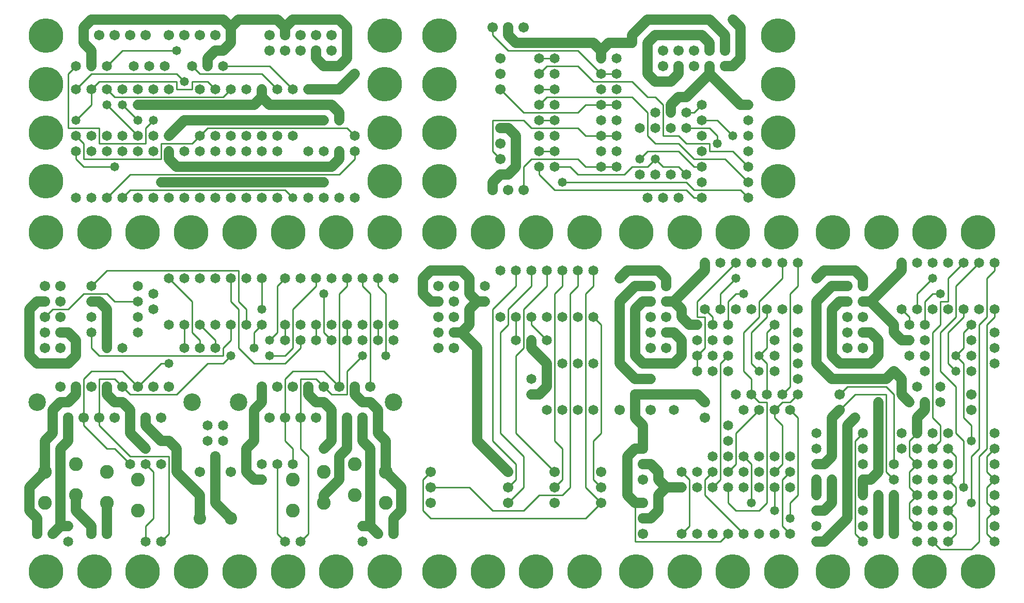
<source format=gtl>
%MOIN*%
%FSLAX25Y25*%
G04 D10 used for Character Trace; *
G04     Circle (OD=.01000) (No hole)*
G04 D11 used for Power Trace; *
G04     Circle (OD=.06500) (No hole)*
G04 D12 used for Signal Trace; *
G04     Circle (OD=.01100) (No hole)*
G04 D13 used for Via; *
G04     Circle (OD=.05800) (Round. Hole ID=.02800)*
G04 D14 used for Component hole; *
G04     Circle (OD=.06500) (Round. Hole ID=.03500)*
G04 D15 used for Component hole; *
G04     Circle (OD=.06700) (Round. Hole ID=.04300)*
G04 D16 used for Component hole; *
G04     Circle (OD=.08100) (Round. Hole ID=.05100)*
G04 D17 used for Component hole; *
G04     Circle (OD=.08900) (Round. Hole ID=.05900)*
G04 D18 used for Component hole; *
G04     Circle (OD=.11300) (Round. Hole ID=.08300)*
G04 D19 used for Component hole; *
G04     Circle (OD=.16000) (Round. Hole ID=.13000)*
G04 D20 used for Component hole; *
G04     Circle (OD=.18300) (Round. Hole ID=.15300)*
G04 D21 used for Component hole; *
G04     Circle (OD=.22291) (Round. Hole ID=.19291)*
%ADD10C,.01000*%
%ADD11C,.06500*%
%ADD12C,.01100*%
%ADD13C,.05800*%
%ADD14C,.06500*%
%ADD15C,.06700*%
%ADD16C,.08100*%
%ADD17C,.08900*%
%ADD18C,.11300*%
%ADD19C,.16000*%
%ADD20C,.18300*%
%ADD21C,.22291*%
%IPPOS*%
%LPD*%
G90*X0Y0D02*D21*X15625Y15625D03*D14*              
X30000Y35000D03*D15*X20000Y40000D03*D11*          
X25000Y45000D01*X30000D01*D14*D03*D11*X25000D02*  
Y95000D01*X30000Y100000D01*Y115000D01*D15*D03*D11*
X15000Y100000D02*X20000Y105000D01*X15000Y80000D02*
Y100000D01*D17*Y80000D03*D11*X5000Y70000D01*      
Y55000D01*X10000Y50000D01*Y40000D01*D15*D03*D17*  
X15000Y60000D03*X35000Y65000D03*D11*Y55000D01*    
X45000Y45000D01*Y40000D01*D15*D03*X55000D03*D11*  
Y60000D01*D17*D03*X75000Y55000D03*X55000Y80000D03*
X75000Y75000D03*D14*X80000Y35000D03*D12*Y45000D01*
X85000Y50000D01*Y80000D01*X80000Y85000D01*D14*D03*
D12*X70000Y90000D02*X95000D01*Y40000D01*          
X90000Y35000D01*D14*D03*D21*X109375Y15625D03*     
X78125D03*D16*X115000Y50000D03*D11*Y65000D01*     
X100000Y80000D01*Y85000D01*D14*D03*D11*Y95000D01* 
X95000Y100000D01*X90000D01*X80000Y110000D01*      
Y115000D01*D15*D03*D11*Y95000D02*X70000Y105000D01*
D13*X80000Y95000D03*D14*X90000Y85000D03*D11*      
X70000Y105000D02*Y115000D01*D15*D03*D11*          
Y120000D01*X65000Y125000D01*X60000D01*            
X55000Y130000D01*Y135000D01*D15*D03*D12*X65000D02*
X60000Y140000D01*D15*X65000Y135000D03*D12*        
X70000Y130000D01*X100000D01*X120000Y150000D01*    
X130000D01*X135000Y155000D01*D13*D03*D12*         
X150000Y150000D02*X140000Y160000D01*              
X150000Y150000D02*X170000D01*X180000Y160000D01*   
Y165000D01*D14*D03*D12*X170000Y155000D02*         
X175000Y160000D01*X160000Y155000D02*X170000D01*   
D13*X160000D03*D14*X170000Y165000D03*D12*         
Y175000D01*D14*D03*D12*X160000Y165000D02*         
X165000Y170000D01*D13*X160000Y165000D03*D12*      
X165000Y170000D02*Y200000D01*X170000Y205000D01*   
D14*D03*X180000D03*X155000D03*D12*Y185000D01*D13* 
D03*D14*X145000Y175000D03*D12*Y185000D01*         
X140000Y190000D01*Y210000D01*X55000D01*           
X45000Y200000D01*D14*D03*D12*X30000Y185000D02*    
X40000Y195000D01*X20000Y185000D02*X30000D01*      
X15000Y180000D02*X20000Y185000D01*D15*            
X15000Y180000D03*X25000Y170000D03*D11*X30000D01*  
X35000Y165000D01*Y155000D01*X30000Y150000D01*     
X10000D01*X5000Y155000D01*Y185000D01*             
X10000Y190000D01*X15000D01*D15*D03*               
X25000Y180000D03*Y200000D03*Y190000D03*           
X15000Y200000D03*Y170000D03*D12*X40000Y195000D02* 
X55000D01*X60000Y190000D01*X75000D01*D14*D03*     
X85000Y185000D03*X75000Y200000D03*Y180000D03*     
X85000Y195000D03*X95000Y175000D03*                
X75000Y170000D03*D11*X55000Y160000D02*Y185000D01* 
D14*Y160000D03*D12*X50000Y155000D02*X130000D01*   
Y160000D01*X135000Y165000D01*Y175000D01*D14*D03*  
D12*X125000Y160000D02*Y165000D01*D14*Y160000D03*  
D12*Y165000D02*X115000Y175000D01*D14*D03*D12*     
Y165000D02*X110000Y170000D01*X115000Y160000D02*   
Y165000D01*D14*Y160000D03*X105000D03*D12*         
Y175000D01*D14*D03*D12*X110000Y170000D02*         
Y190000D01*X95000Y205000D01*D14*D03*X105000D03*   
X115000D03*X125000Y175000D03*D21*                 
X109375Y234375D03*D14*X125000Y205000D03*D21*      
X78125Y234375D03*D12*X140000Y185000D02*           
X135000Y190000D01*X140000Y160000D02*Y185000D01*   
X150000Y160000D02*Y170000D01*D13*Y160000D03*D12*  
Y170000D02*X155000Y175000D01*D14*D03*D12*         
X175000Y160000D02*Y185000D01*X190000Y200000D01*   
Y205000D01*D14*D03*X200000D03*D13*                
X195000Y195000D03*D12*Y170000D01*                 
X200000Y165000D01*D14*D03*X210000Y175000D03*D12*  
Y165000D01*D14*D03*D13*X220000Y155000D03*D12*     
X210000Y145000D01*Y130000D01*X200000D01*          
X195000Y135000D01*D15*D03*D12*X190000Y140000D01*  
X180000D01*Y115000D01*D15*D03*D12*Y95000D01*      
X185000Y90000D01*Y40000D01*X180000Y35000D01*D14*  
D03*X170000D03*D12*X165000Y40000D01*Y85000D01*D14*
D03*D17*X175000Y75000D03*D12*Y85000D02*Y95000D01* 
D14*Y85000D03*D12*Y95000D02*X170000Y100000D01*    
Y115000D01*D15*D03*D12*Y140000D01*                
X175000Y145000D01*X195000D01*X205000Y135000D01*   
D15*D03*D12*Y195000D01*X210000Y200000D01*         
Y205000D01*D14*D03*D12*X225000Y195000D02*         
X220000Y200000D01*X225000Y135000D02*Y195000D01*   
D15*Y135000D03*D11*X220000Y125000D02*X225000D01*  
X230000Y120000D01*Y105000D01*X235000Y100000D01*   
Y80000D01*D17*D03*D11*X245000Y70000D01*Y55000D01* 
X240000Y50000D01*Y40000D01*D15*D03*X230000D03*D11*
X225000Y45000D01*X220000D01*D14*D03*D11*          
X225000D02*Y95000D01*D13*D03*D11*                 
X220000Y100000D01*Y115000D01*D15*D03*D11*         
Y125000D02*X215000Y130000D01*Y135000D01*D15*D03*  
D11*X200000Y115000D02*Y120000D01*D15*Y115000D03*  
D11*Y100000D01*X195000Y95000D01*D13*D03*D11*      
X205000Y75000D02*Y90000D01*X195000Y65000D02*      
X205000Y75000D01*X195000Y60000D02*Y65000D01*D17*  
Y60000D03*Y80000D03*X215000Y65000D03*             
X175000Y55000D03*D14*X220000Y35000D03*D17*        
X215000Y85000D03*D11*X205000Y90000D02*            
X210000Y95000D01*Y115000D01*D15*D03*D11*          
X200000Y120000D02*X195000Y125000D01*X190000D01*   
X185000Y130000D01*Y135000D01*D15*D03*X175000D03*  
X165000D03*X190000Y115000D03*X160000D03*D14*      
X190000Y165000D03*D12*Y175000D01*D14*D03*         
X200000D03*X180000D03*X220000Y205000D03*D12*      
Y200000D01*X235000Y195000D02*X230000Y200000D01*   
X235000Y155000D02*Y195000D01*D13*Y155000D03*D14*  
X240000Y165000D03*X230000D03*D12*Y175000D01*D14*  
D03*X220000Y165000D03*X240000Y175000D03*          
X220000D03*D12*X230000Y200000D02*Y205000D01*D14*  
D03*X240000D03*D21*X234375Y234375D03*X203125D03*  
X171875D03*D15*X155000Y135000D03*D11*Y125000D01*  
X150000Y120000D01*Y100000D01*X145000Y95000D01*    
Y80000D01*X150000Y75000D01*X155000D01*D14*D03*    
Y85000D03*D15*X135000Y80000D03*D14*               
X130000Y100000D03*D16*X135000Y50000D03*D11*       
X125000Y60000D01*Y70000D01*D13*D03*D11*Y90000D01* 
D15*D03*X115000Y80000D03*D14*X120000Y100000D03*   
X130000Y110000D03*X120000D03*D15*X90000Y115000D03*
D18*X140000Y125000D03*X110000D03*D15*             
X95000Y135000D03*X85000D03*X75000D03*D12*         
X90000Y150000D01*X95000D01*D13*D03*D12*           
X75000Y135000D02*X65000Y145000D01*X45000D01*      
X40000Y140000D01*Y115000D01*D15*D03*D12*          
Y110000D01*X55000Y95000D01*X60000D01*             
X70000Y85000D01*D14*D03*D12*Y90000D02*            
X50000Y110000D01*Y115000D01*D15*D03*D12*          
Y140000D01*X60000D01*D15*X45000Y135000D03*D12*    
X50000Y155000D02*X45000Y160000D01*Y170000D01*D14* 
D03*Y180000D03*D11*X55000Y185000D02*              
X50000Y190000D01*X45000D01*D14*D03*D15*           
X15000Y160000D03*X25000D03*D14*X65000D03*D21*     
X46875Y234375D03*X15625D03*D15*X25000Y135000D03*  
X35000D03*D11*Y130000D01*X30000Y125000D01*        
X25000D01*X20000Y120000D01*Y105000D01*D18*        
X10000Y125000D03*D17*X35000Y85000D03*D15*         
X60000Y115000D03*D21*X46875Y15625D03*D12*         
X135000Y190000D02*Y205000D01*D14*D03*X145000D03*  
D21*X140625Y234375D03*D18*X240000Y125000D03*D17*  
X235000Y60000D03*D21*X140625Y15625D03*X171875D03* 
X203125D03*X234375D03*G90*X0Y2000D02*D14*         
X215000Y257000D03*X205000D03*X195000D03*          
X185000D03*D13*X175000D03*D12*X170000Y262000D01*  
X70000D01*X65000Y257000D01*D14*D03*X75000D03*     
X55000D03*D12*X70000Y272000D01*X205000D01*        
X215000Y282000D01*Y287000D01*D14*D03*Y297000D03*  
D12*X210000Y302000D01*X120000D01*                 
X115000Y297000D01*D14*D03*D12*X110000Y292000D01*  
X90000D01*Y282000D01*X40000D01*Y292000D01*        
X35000Y297000D01*D14*D03*D12*X30000Y337000D02*    
Y302000D01*Y337000D02*X35000Y342000D01*D14*D03*   
D11*X40000Y357000D02*X45000Y352000D01*            
X40000Y362000D02*Y357000D01*D15*Y362000D03*D11*   
Y367000D01*X45000Y372000D01*X60000D01*D13*D03*D11*
X130000D01*X135000Y367000D01*Y362000D01*D15*D03*  
D11*Y357000D01*X130000Y352000D01*X125000D01*      
X120000Y347000D01*Y342000D01*D14*D03*D12*         
X110000D02*X115000Y337000D01*D14*                 
X110000Y342000D03*D12*X115000Y337000D02*          
X155000D01*X165000Y327000D01*D14*D03*D11*         
X155000Y322000D02*X160000Y317000D01*X150000D02*   
X155000Y322000D01*X105000Y317000D02*X150000D01*   
D14*X105000D03*D11*X75000D01*D13*D03*             
X85000Y307000D03*D12*X80000Y302000D01*Y292000D01* 
X50000D01*Y302000D01*X30000D01*D13*               
X35000Y307000D03*D12*X45000Y317000D01*Y327000D01* 
D14*D03*D12*X50000Y332000D01*X100000D01*          
Y327000D01*X110000D01*Y332000D01*X120000D01*      
X125000Y327000D01*D14*D03*D12*X60000Y322000D02*   
X130000D01*X55000Y327000D02*X60000Y322000D01*D14* 
X55000Y327000D03*D13*X65000Y317000D03*D12*        
X75000Y307000D01*D13*D03*D14*X85000Y297000D03*    
X65000D03*X75000D03*D12*X55000Y317000D01*D13*D03* 
D14*X65000Y327000D03*X35000D03*D12*               
X45000Y337000D01*X100000D01*X105000Y332000D01*D13*
D03*D14*X115000Y327000D03*X95000D03*              
X92500Y342000D03*D13*X100000Y352000D03*D12*       
X65000D01*X55000Y342000D01*D14*D03*D11*           
X45000Y352000D02*Y342000D01*D14*D03*D15*          
X60000Y362000D03*X50000D03*D14*X72500Y342000D03*  
D15*X70000Y362000D03*D21*X15625Y361375D03*D14*    
X75000Y327000D03*D21*X15625Y330125D03*D14*        
X82500Y342000D03*D15*X80000Y362000D03*D14*        
X85000Y327000D03*D21*X15625Y298875D03*D14*        
X45000Y297000D03*X55000D03*X95000D03*D11*         
X105000Y307000D01*D14*D03*D11*X175000D01*D13*D03* 
D11*X185000D01*D14*D03*D11*X195000D01*D14*D03*    
X185000Y317000D03*D11*X160000D01*                 
X155000Y327000D02*Y322000D01*D14*Y327000D03*      
X145000D03*D12*X130000Y342000D02*X160000D01*D14*  
X130000D03*X135000Y327000D03*D12*                 
X130000Y322000D01*D14*X155000Y297000D03*          
X125000D03*X135000D03*X145000D03*D15*             
X160000Y352000D03*D12*Y342000D02*                 
X175000Y327000D01*D14*D03*D11*X185000Y317000D02*  
X200000D01*X205000Y312000D01*Y307000D01*D14*D03*  
D13*X185000Y327000D03*D11*X195000D01*D13*D03*D11* 
X205000D01*X215000Y337000D01*D14*D03*D13*         
X205000Y342000D03*D11*X195000D01*                 
X190000Y347000D01*Y352000D01*D15*D03*             
X200000Y362000D03*X180000D03*X200000Y352000D03*   
X190000Y362000D03*X180000Y352000D03*D11*          
X205000Y342000D02*X210000Y347000D01*Y367000D01*   
X205000Y372000D01*X175000D01*X170000Y367000D01*   
X165000Y372000D01*X140000D01*X135000Y367000D01*   
D15*X125000Y362000D03*X115000D03*X160000D03*      
X105000D03*X170000Y352000D03*Y362000D03*D11*      
Y367000D01*D21*X234375Y330125D03*Y361375D03*D14*  
X165000Y297000D03*X175000D03*D21*                 
X234375Y298875D03*D15*X95000Y362000D03*D14*       
Y287000D03*D11*Y282000D01*X100000Y277000D01*      
X175000D01*D14*D03*D11*X200000D01*                
X205000Y282000D01*Y287000D01*D14*D03*X195000D03*  
D13*Y267000D03*D11*X175000D01*D10*                
X176914Y267837D02*X177871Y267000D01*X172129D01*   
Y267837D02*Y266163D01*D14*X175000Y267000D03*D11*  
X90000D01*D13*D03*D14*X85000Y257000D03*X95000D03* 
X105000D03*Y287000D03*X85000D03*X75000D03*        
X65000D03*X115000Y257000D03*Y287000D03*D13*       
X60000Y277000D03*D12*X40000D01*X35000Y282000D01*  
Y287000D01*D14*D03*X45000D03*D21*X15625Y267625D03*
D14*X55000Y287000D03*X35000Y257000D03*X45000D03*  
X125000D03*Y287000D03*X135000Y257000D03*          
Y287000D03*X145000Y257000D03*Y287000D03*          
X155000Y257000D03*Y287000D03*X165000Y257000D03*   
Y287000D03*D10*X176914Y267837D02*                 
X177871Y267000D01*X172129D01*Y267837D02*          
Y266163D01*D14*X185000Y287000D03*D21*             
X234375Y267625D03*G90*X4000Y0D02*D12*             
X264000Y50000D02*X259000Y55000D01*                
X264000Y50000D02*X364000D01*X374000Y60000D01*D15* 
D03*D12*X364000Y70000D01*Y195000D01*              
X369000Y200000D01*Y210000D01*D14*D03*D12*         
X354000Y195000D02*X359000Y200000D01*              
X354000Y70000D02*Y195000D01*X349000Y65000D02*     
X354000Y70000D01*X334000Y65000D02*X349000D01*     
X324000Y55000D02*X334000Y65000D01*                
X304000Y55000D02*X324000D01*X304000D02*           
X289000Y70000D01*X264000D01*D15*D03*D12*          
X259000Y55000D02*Y75000D01*D15*X264000Y60000D03*  
D12*X259000Y75000D02*X264000Y80000D01*D15*D03*D11*
X314000D02*X294000Y100000D01*D15*X314000Y80000D03*
D12*Y70000D02*X319000Y75000D01*D15*               
X314000Y70000D03*D12*X319000Y75000D02*Y85000D01*  
X304000Y100000D01*Y185000D01*X319000Y200000D01*   
Y210000D01*D14*D03*D12*X314000Y185000D02*         
X329000Y200000D01*X314000Y175000D02*Y185000D01*   
X309000Y170000D02*X314000Y175000D01*              
X309000Y105000D02*Y170000D01*X324000Y90000D02*    
X309000Y105000D01*X324000Y70000D02*Y90000D01*     
X314000Y60000D02*X324000Y70000D01*D15*            
X314000Y60000D03*X344000D03*Y70000D03*D12*        
X349000Y75000D01*Y95000D01*X344000Y100000D01*     
Y195000D01*X349000Y200000D01*Y210000D01*D14*D03*  
D12*X359000Y200000D02*Y210000D01*D14*D03*         
X339000D03*D12*Y200000D01*X324000Y185000D01*      
Y160000D01*X319000Y155000D01*Y105000D01*          
X344000Y80000D01*D15*D03*D12*X374000Y70000D02*    
X369000Y75000D01*D15*X374000Y70000D03*D12*        
X369000Y75000D02*Y100000D01*X374000Y105000D01*    
Y175000D01*X369000Y180000D01*D14*D03*X359000D03*  
X349000D03*X339000Y150000D03*D11*Y135000D01*      
X334000Y130000D01*X329000D01*D14*D03*             
X339000Y120000D03*X329000Y140000D03*              
X349000Y150000D03*Y120000D03*D11*                 
X339000Y150000D02*X329000Y160000D01*Y165000D01*   
D14*D03*X339000D03*D12*X329000Y175000D01*         
Y180000D01*D14*D03*X339000D03*X319000D03*D12*     
Y165000D01*D14*D03*X309000Y180000D03*D11*         
X289000Y185000D02*X294000Y190000D01*              
X289000Y175000D02*Y185000D01*X284000Y170000D02*   
X289000Y175000D01*X294000Y160000D02*              
X284000Y170000D01*X294000Y100000D02*Y160000D01*   
D15*X279000D03*X269000D03*D14*X359000Y120000D03*  
Y150000D03*D11*X279000Y170000D02*X284000D01*D15*  
X279000D03*X269000Y180000D03*X279000D03*          
X269000Y170000D03*D14*X299000Y190000D03*D11*      
X294000D01*X289000Y195000D01*Y205000D01*          
X284000Y210000D01*X264000D01*X259000Y205000D01*   
Y195000D01*X264000Y190000D01*X269000D01*D15*D03*  
X279000Y200000D03*Y190000D03*X269000Y200000D03*   
D14*X299000D03*X309000Y210000D03*D21*             
X300875Y234375D03*X269625D03*D12*                 
X329000Y200000D02*Y210000D01*D14*D03*D21*         
X332125Y234375D03*X363375D03*D14*                 
X369000Y150000D03*Y120000D03*D15*X374000Y80000D03*
D21*X269625Y15625D03*X300875D03*X332125D03*       
X363375D03*G90*X4000Y2000D02*X269625Y267625D03*   
Y298875D03*D15*X304000Y262000D03*D11*Y267000D01*  
X309000Y272000D01*X314000D01*X319000Y277000D01*   
Y297000D01*X314000Y302000D01*X309000D01*D15*D03*  
D12*X304000Y307000D02*Y287000D01*                 
X309000Y282000D01*D15*D03*Y292000D03*D12*         
X324000Y277000D02*Y262000D01*D15*D03*D12*         
X334000Y277000D02*Y272000D01*D14*Y277000D03*D12*  
X324000D02*X329000Y282000D01*X359000D01*          
X364000Y277000D01*X374000D01*D14*D03*D12*         
X384000D01*D14*D03*D12*X359000Y272000D02*         
X389000D01*X354000Y277000D02*X359000Y272000D01*   
X344000Y277000D02*X354000D01*D14*X344000D03*      
X334000Y287000D03*D12*X344000D01*D14*D03*         
X334000Y297000D03*X344000D03*D12*                 
X329000Y302000D02*X359000D01*X324000Y307000D02*   
X329000Y302000D01*X304000Y307000D02*X324000D01*   
D15*X309000Y327000D03*D12*X324000Y312000D01*      
X359000D01*X364000Y317000D01*X374000D01*D14*D03*  
D12*X384000D01*D14*D03*X374000Y327000D03*         
Y307000D03*X384000Y327000D03*Y307000D03*D12*      
X339000Y322000D02*X394000D01*X334000Y317000D02*   
X339000Y322000D01*D14*X334000Y317000D03*          
X344000Y307000D03*D12*X334000D01*D14*D03*         
X344000Y317000D03*Y327000D03*D12*X334000D01*D14*  
D03*X344000Y337000D03*X334000D03*D12*             
X339000Y342000D01*X359000D01*X369000Y332000D01*   
X394000D01*X404000Y322000D01*X409000D01*          
X414000Y317000D01*Y297000D01*X424000D01*          
X429000Y292000D01*X444000D01*Y287000D01*          
X459000D01*X469000Y277000D01*D14*D03*Y287000D03*  
Y267000D03*D12*X454000Y282000D01*X434000D01*      
X424000Y292000D01*X409000D01*X404000Y297000D01*   
Y312000D01*X394000Y322000D01*D14*                 
X409000Y312000D03*D11*X404000Y357000D02*          
Y337000D01*Y357000D02*X409000Y362000D01*          
X439000D01*X444000Y357000D01*Y352000D01*D15*D03*  
X454000Y342000D03*D11*X459000D01*                 
X464000Y347000D01*Y367000D01*X459000Y372000D01*   
D13*D03*D11*X444000D02*X454000Y362000D01*         
X404000Y372000D02*X444000D01*X394000Y362000D02*   
X404000Y372000D01*X394000Y362000D02*Y357000D01*   
D13*D03*D11*X379000D01*X374000Y352000D01*         
X369000Y357000D01*X319000D01*X314000Y362000D01*   
Y367000D01*D15*D03*X324000D03*X304000D03*D12*     
Y362000D01*X314000Y352000D01*X359000D01*          
X374000Y337000D01*D14*D03*D12*X384000D01*D14*D03* 
X374000Y347000D03*D11*Y352000D01*D14*             
X384000Y347000D03*D11*X404000Y337000D02*          
X409000Y332000D01*X419000D01*X424000Y337000D01*   
Y342000D01*D15*D03*X434000Y352000D03*X414000D03*  
X434000Y342000D03*X424000Y352000D03*              
X414000Y342000D03*D11*X429000Y322000D02*          
X444000Y337000D01*D14*X429000Y322000D03*D11*      
X424000D01*X419000Y317000D01*Y312000D01*D14*D03*  
X429000Y302000D03*D12*X444000D01*                 
X449000Y297000D01*Y292000D01*D13*D03*D14*         
X439000Y297000D03*D13*X459000D03*D12*             
X449000Y307000D01*X439000D01*D14*D03*D12*         
X429000Y312000D02*X434000D01*D14*X429000D03*D12*  
X434000D02*X439000Y317000D01*D14*D03*D11*         
X444000Y342000D02*Y337000D01*D15*Y342000D03*D11*  
Y337000D02*X464000Y317000D01*X469000D01*D14*D03*  
Y307000D03*D21*X488375Y298875D03*D14*             
X469000Y297000D03*D21*X488375Y330125D03*D14*      
X439000Y287000D03*D15*X454000Y352000D03*D11*      
Y362000D01*D21*X488375Y361375D03*D14*             
X399000Y302000D03*X409000D03*X419000D03*          
X384000Y297000D03*D12*X374000D01*D14*D03*D12*     
X364000D01*X359000Y302000D01*D14*                 
X374000Y287000D03*X384000D03*D12*                 
X389000Y272000D02*X394000Y277000D01*X404000D01*   
X409000Y282000D01*D13*D03*D12*X414000Y277000D01*  
X424000D01*X429000Y272000D01*D14*D03*D12*         
X424000Y287000D02*X434000Y277000D01*              
X404000Y287000D02*X424000D01*X399000Y282000D02*   
X404000Y287000D01*D13*X399000Y282000D03*D14*      
X409000Y272000D03*X399000D03*X419000D03*          
X424000Y257000D03*X404000D03*X414000D03*D12*      
X344000Y262000D02*X429000D01*X334000Y272000D02*   
X344000Y262000D01*D13*X349000Y267000D03*D12*      
X429000D01*X434000Y262000D01*X464000D01*          
X469000Y257000D01*D14*D03*D21*X488375Y267625D03*  
D14*X439000Y277000D03*D12*X434000D01*D14*         
X439000Y267000D03*D12*X429000Y262000D02*          
X434000Y257000D01*X439000D01*D14*D03*             
X344000Y347000D03*D12*X334000D01*D14*D03*D15*     
X309000D03*Y337000D03*D21*X269625Y361375D03*      
Y330125D03*D15*X314000Y262000D03*G90*X1000Y0D02*  
X386000Y120000D03*D11*X396000Y140000D02*          
X386000Y150000D01*X396000Y140000D02*X406000D01*   
D13*D03*D15*X396000Y130000D03*D11*Y115000D01*     
X401000Y110000D01*Y95000D01*D15*D03*D11*          
X396000D01*X391000Y90000D01*Y65000D01*            
X396000Y60000D01*D12*Y35000D01*X451000D01*        
X456000Y40000D01*D14*D03*X466000D03*D12*          
X441000Y65000D01*Y75000D01*X446000Y80000D01*D14*  
D03*D12*Y70000D02*X451000Y75000D01*D14*           
X446000Y70000D03*D12*X451000Y75000D02*Y150000D01* 
X456000Y155000D01*D14*D03*D12*X471000Y140000D02*  
X466000Y145000D01*X471000Y130000D02*Y140000D01*   
D14*Y130000D03*D12*X476000Y125000D01*X481000D01*  
Y60000D01*X476000Y55000D01*X461000D01*            
X456000Y60000D01*Y70000D01*D14*D03*               
X466000Y80000D03*Y70000D03*X456000Y80000D03*D12*  
X461000Y85000D01*Y105000D01*X476000Y120000D01*D14*
D03*D12*X491000Y110000D02*X486000Y115000D01*      
X491000Y85000D02*Y110000D01*X486000Y80000D02*     
X491000Y85000D01*D14*X486000Y80000D03*D12*        
X491000Y45000D02*Y75000D01*X496000Y40000D02*      
X491000Y45000D01*D14*X496000Y40000D03*D13*        
Y50000D03*D12*Y60000D01*X501000Y65000D01*         
Y115000D01*X496000Y120000D01*D14*D03*D12*         
X486000D02*X491000Y125000D01*D14*                 
X486000Y120000D03*D12*Y115000D01*                 
X491000Y125000D02*X496000D01*X501000Y130000D01*   
D14*D03*D12*X491000D02*X496000Y135000D01*D14*     
X491000Y130000D03*D12*X496000Y135000D02*          
Y195000D01*X501000Y200000D01*Y215000D01*D14*D03*  
D12*X476000Y190000D02*X491000Y205000D01*          
X476000Y180000D02*Y190000D01*X466000Y170000D02*   
X476000Y180000D01*X466000Y145000D02*Y170000D01*   
X476000Y145000D02*X471000Y150000D01*D13*          
X476000Y145000D03*D12*X481000Y130000D02*          
Y150000D01*D14*Y130000D03*X486000Y145000D03*      
X466000Y120000D03*X501000Y150000D03*D12*          
X481000D02*X476000Y155000D01*D13*D03*D12*         
X481000Y160000D01*Y170000D01*X486000Y175000D01*   
D14*D03*D12*X471000Y170000D02*X481000Y180000D01*  
X471000Y150000D02*Y170000D01*D14*                 
X486000Y165000D03*X456000D03*X486000Y155000D03*   
X456000Y145000D03*X461000Y130000D03*              
X446000Y175000D03*D12*Y180000D01*                 
X441000Y185000D01*D14*D03*D12*X436000Y180000D02*  
Y190000D01*Y180000D02*X441000D01*Y160000D01*      
X436000Y155000D01*D14*D03*D12*Y145000D01*D14*D03* 
X446000Y155000D03*D11*X421000Y150000D02*          
X426000Y155000D01*X401000Y150000D02*X421000D01*   
X401000D02*X396000Y155000D01*Y185000D01*          
X401000Y190000D01*X406000D01*D15*D03*             
X416000Y180000D03*Y200000D03*D11*Y205000D01*      
X411000Y210000D01*X391000D01*X386000Y205000D01*   
D13*D03*D11*Y190000D02*X396000Y200000D01*         
X386000Y150000D02*Y190000D01*D15*                 
X406000Y170000D03*Y160000D03*D11*                 
X396000Y130000D02*X421000D01*D14*D03*D11*         
X436000D01*X441000Y125000D01*D15*D03*Y115000D03*  
D14*X456000Y110000D03*X446000Y145000D03*          
X421000Y120000D03*X456000Y100000D03*D11*          
X426000Y155000D02*Y165000D01*X421000Y170000D01*   
X416000D01*D15*D03*D11*X431000Y175000D02*         
X426000Y180000D01*X431000Y175000D02*X436000D01*   
D14*D03*X446000Y165000D03*D11*X426000Y180000D02*  
Y185000D01*X421000Y190000D01*X416000D01*D15*D03*  
D11*X421000D02*X441000Y210000D01*Y215000D01*D14*  
D03*X451000D03*D12*X456000Y190000D02*             
X461000Y195000D01*X456000Y175000D02*Y190000D01*   
D14*Y175000D03*X461000Y185000D03*X451000D03*D12*  
Y195000D01*X461000Y205000D01*D13*D03*D14*         
X471000Y215000D03*X461000D03*D12*                 
X436000Y190000D01*D14*Y165000D03*D12*             
X461000Y195000D02*X466000D01*D13*D03*D14*         
X471000Y185000D03*D12*X481000Y180000D02*          
Y185000D01*D14*D03*X491000D03*X501000Y170000D03*  
D12*X491000Y205000D02*Y215000D01*D14*D03*         
X481000D03*D21*X490375Y234375D03*X459125D03*D14*  
X501000Y185000D03*Y160000D03*D21*                 
X427875Y234375D03*D14*X501000Y140000D03*D15*      
X416000Y160000D03*X406000Y200000D03*D11*          
X396000D01*D15*X406000Y180000D03*D21*             
X396625Y234375D03*D15*X406000Y120000D03*D14*      
X446000Y90000D03*X456000D03*X466000D03*D12*       
X471000Y85000D01*Y60000D01*D13*D03*D14*           
X476000Y70000D03*D13*X486000Y55000D03*D12*        
Y70000D01*D14*D03*D12*X491000Y75000D02*           
X496000Y80000D01*D14*D03*X486000Y90000D03*        
X496000D03*Y70000D03*X476000Y90000D03*Y80000D03*  
Y40000D03*X486000D03*X446000D03*X436000Y80000D03* 
Y70000D03*Y40000D03*D21*X459125Y15625D03*         
X490375D03*D12*X431000Y45000D02*Y75000D01*        
X426000Y40000D02*X431000Y45000D01*D14*            
X426000Y40000D03*D11*X406000Y50000D02*            
X411000Y55000D01*X401000Y50000D02*X406000D01*D15* 
X401000D03*Y60000D03*D11*X396000D01*              
X416000Y70000D02*X411000Y75000D01*Y65000D02*      
X416000Y70000D01*X411000Y55000D02*Y65000D01*D14*  
X426000Y70000D03*D11*X416000D01*X411000Y75000D02* 
Y80000D01*X406000Y85000D01*X401000D01*D15*D03*    
Y75000D03*D14*X426000Y80000D03*D12*               
X431000Y75000D01*D15*X401000Y40000D03*D21*        
X396625Y15625D03*X427875D03*G90*X3000Y0D02*D14*   
X513000Y35000D03*D11*X518000D01*X533000Y50000D01* 
Y110000D01*X538000Y115000D01*D13*D03*D15*         
X528000Y120000D03*D11*X523000Y115000D01*Y90000D01*
X518000Y85000D01*X513000D01*D14*D03*D13*          
X523000Y75000D03*D11*Y60000D01*X518000Y55000D01*  
X513000D01*D14*D03*Y65000D03*D11*Y75000D01*D14*   
D03*Y95000D03*D12*X538000Y40000D02*Y100000D01*    
X543000Y35000D02*X538000Y40000D01*D14*            
X543000Y35000D03*Y45000D03*D15*X553000Y40000D03*  
D11*Y65000D01*D14*D03*X563000Y75000D03*D12*       
X558000Y80000D01*Y130000D01*X538000D01*           
X528000Y120000D01*D15*Y130000D03*D12*             
X533000Y135000D01*X558000D01*X563000Y130000D01*   
Y85000D01*D14*D03*D13*X553000Y95000D03*D11*       
Y80000D01*X548000Y75000D01*X543000D01*D14*D03*D11*
Y65000D01*D14*D03*Y55000D03*X563000Y65000D03*D11* 
Y40000D01*D15*D03*D12*X578000Y45000D02*           
X573000Y50000D01*D14*X578000Y45000D03*D12*        
X573000Y50000D02*Y60000D01*X578000Y65000D01*D14*  
D03*D12*X573000Y70000D01*Y80000D01*               
X578000Y85000D01*D14*D03*D12*X573000Y90000D01*    
Y100000D01*X578000Y105000D01*D14*D03*D11*         
Y115000D01*X583000Y120000D01*Y125000D01*D14*D03*  
X593000Y135000D03*Y125000D03*X573000D03*D11*      
X568000Y130000D01*Y140000D01*X563000Y145000D01*   
D13*D03*D11*X558000Y140000D01*X523000D01*         
X513000Y150000D01*Y190000D01*X523000Y200000D01*   
X533000D01*D15*D03*X543000Y190000D03*D11*         
X548000D01*X563000Y175000D01*D14*D03*D11*         
Y170000D01*X568000Y165000D01*X573000D01*D14*D03*  
X583000Y155000D03*Y175000D03*D12*Y190000D01*      
X588000Y195000D01*X593000D01*D13*D03*D12*         
Y190000D02*X598000D01*X593000Y175000D02*          
Y190000D01*X588000Y170000D02*X593000Y175000D01*   
X588000Y115000D02*Y170000D01*X593000Y110000D02*   
X588000Y115000D01*X593000Y100000D02*Y110000D01*   
X588000Y95000D02*X593000Y100000D01*D14*           
X588000Y95000D03*X598000Y85000D03*Y105000D03*     
Y95000D03*D12*X603000Y90000D01*Y80000D01*         
X598000Y75000D01*D14*D03*D12*X603000Y70000D01*    
Y60000D01*X598000Y55000D01*D14*D03*D12*           
X603000Y50000D01*Y40000D01*X598000Y35000D01*D14*  
D03*D12*X593000Y30000D02*X613000D01*              
X618000Y35000D01*Y90000D01*X623000Y95000D01*      
Y175000D01*X628000Y180000D01*Y185000D01*D14*D03*  
D12*X618000Y175000D02*X623000Y180000D01*          
X618000Y95000D02*Y175000D01*X613000Y90000D02*     
X618000Y95000D01*X613000Y60000D02*Y90000D01*D13*  
Y60000D03*D12*X623000Y40000D02*Y50000D01*         
X628000Y35000D02*X623000Y40000D01*D14*            
X628000Y35000D03*Y45000D03*D12*X623000Y50000D02*  
X628000Y55000D01*D14*D03*D12*X623000Y60000D01*    
Y70000D01*X628000Y75000D01*D14*D03*D12*           
X623000Y80000D01*Y90000D01*X628000Y95000D01*D14*  
D03*Y105000D03*Y85000D03*D12*X613000Y100000D02*   
Y110000D01*D13*Y100000D03*D12*X608000Y70000D02*   
Y100000D01*D13*Y70000D03*D14*X598000Y65000D03*    
X588000Y85000D03*X628000Y65000D03*                
X588000Y75000D03*Y65000D03*Y55000D03*Y45000D03*   
X598000D03*X578000Y95000D03*Y75000D03*D12*        
X608000Y100000D02*X603000Y105000D01*Y135000D01*   
X593000Y145000D01*Y170000D01*X603000Y180000D01*   
Y200000D01*X618000Y215000D01*D14*D03*D12*         
X623000Y205000D02*X628000Y210000D01*              
X623000Y180000D02*Y205000D01*D14*                 
X618000Y185000D03*X613000Y175000D03*D12*          
X608000Y170000D01*Y160000D01*X603000Y155000D01*   
D13*D03*D12*X608000Y150000D01*Y115000D01*         
X613000Y110000D01*D15*Y120000D03*Y130000D03*D14*  
X588000Y105000D03*X578000Y135000D03*              
X613000Y145000D03*D13*X603000D03*D12*             
X598000Y150000D01*Y170000D01*X608000Y180000D01*   
Y185000D01*D14*D03*D12*X598000Y190000D02*         
Y205000D01*X608000Y215000D01*D14*D03*X598000D03*  
D21*X586125Y234375D03*X617375D03*D12*             
X628000Y210000D02*Y215000D01*D14*D03*             
X598000Y185000D03*X588000Y215000D03*D13*          
Y205000D03*D12*X578000Y195000D01*Y185000D01*D14*  
D03*D12*X573000Y175000D02*Y180000D01*D14*         
Y175000D03*D12*Y180000D02*X568000Y185000D01*D14*  
D03*D11*X553000Y155000D02*Y165000D01*             
X548000Y150000D02*X553000Y155000D01*              
X528000Y150000D02*X548000D01*X528000D02*          
X523000Y155000D01*Y185000D01*X528000Y190000D01*   
X533000D01*D15*D03*X543000Y180000D03*Y200000D03*  
D11*Y205000D01*X538000Y210000D01*X518000D01*      
X513000Y205000D01*D13*D03*D15*X533000Y180000D03*  
D21*X523625Y234375D03*D11*X553000Y165000D02*      
X548000Y170000D01*X543000D01*D15*D03*             
X533000Y160000D03*Y170000D03*X543000Y160000D03*   
D11*X548000Y190000D02*X568000Y210000D01*          
Y215000D01*D14*D03*X578000D03*D21*                
X554875Y234375D03*D14*X588000Y185000D03*          
X583000Y165000D03*X613000D03*X628000Y160000D03*   
Y170000D03*X573000Y155000D03*X613000D03*          
X628000Y150000D03*X583000Y145000D03*D13*          
X553000Y125000D03*D11*Y95000D01*D14*              
X543000Y105000D03*D12*X538000Y100000D01*D14*      
X543000Y95000D03*Y85000D03*X513000Y105000D03*     
X568000Y95000D03*Y105000D03*X578000Y55000D03*     
X513000Y45000D03*X578000Y35000D03*X588000D03*D12* 
X593000Y30000D01*D21*X586125Y15625D03*X617375D03* 
X554875D03*X523625D03*M02*                        

</source>
